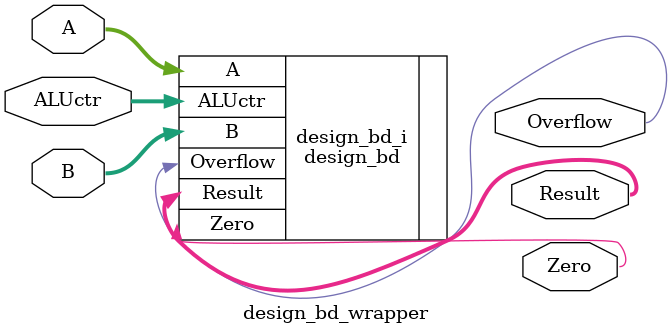
<source format=v>
`timescale 1 ps / 1 ps

module design_bd_wrapper
   (A,
    ALUctr,
    B,
    Overflow,
    Result,
    Zero);
  input [31:0]A;
  input [3:0]ALUctr;
  input [31:0]B;
  output [0:0]Overflow;
  output [31:0]Result;
  output Zero;

  wire [31:0]A;
  wire [3:0]ALUctr;
  wire [31:0]B;
  wire [0:0]Overflow;
  wire [31:0]Result;
  wire Zero;

  design_bd design_bd_i
       (.A(A),
        .ALUctr(ALUctr),
        .B(B),
        .Overflow(Overflow),
        .Result(Result),
        .Zero(Zero));
endmodule

</source>
